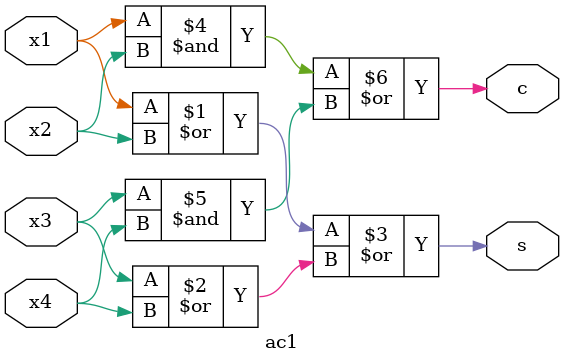
<source format=v>
module ac1(
    input x1,x2,x3,x4,
    output s,c
    );
    assign s= (x1|x2)|(x3|x4);
    assign c= (x1&x2)|(x3&x4);
    endmodule

</source>
